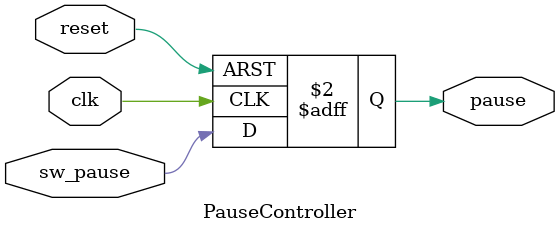
<source format=v>
`timescale 1ns / 1ps
module PauseController(
    input  wire clk,
    input  wire reset,
    input  wire sw_pause,  // SW tạm dừng
    output reg  pause
);
    always @(posedge clk or posedge reset) begin
        if (reset)
            pause <= 0;
        else
            pause <= sw_pause;
    end
endmodule

</source>
